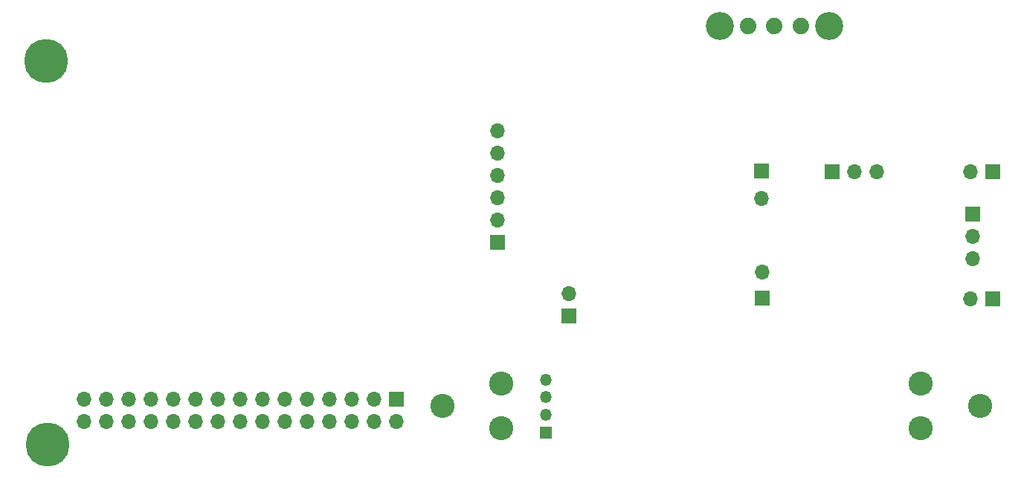
<source format=gbs>
G04 #@! TF.GenerationSoftware,KiCad,Pcbnew,8.0.0~rc1-27482ef8a0~176~ubuntu22.04.1*
G04 #@! TF.CreationDate,2024-01-20T19:03:22+09:00*
G04 #@! TF.ProjectId,bGeigieZen V3.0.2 Production,62476569-6769-4655-9a65-6e2056332e30,V3.0.2*
G04 #@! TF.SameCoordinates,Original*
G04 #@! TF.FileFunction,Soldermask,Bot*
G04 #@! TF.FilePolarity,Negative*
%FSLAX46Y46*%
G04 Gerber Fmt 4.6, Leading zero omitted, Abs format (unit mm)*
G04 Created by KiCad (PCBNEW 8.0.0~rc1-27482ef8a0~176~ubuntu22.04.1) date 2024-01-20 19:03:22*
%MOMM*%
%LPD*%
G01*
G04 APERTURE LIST*
%ADD10R,1.700000X1.700000*%
%ADD11O,1.700000X1.700000*%
%ADD12C,1.879600*%
%ADD13C,3.203200*%
%ADD14C,5.000000*%
%ADD15R,1.350000X1.350000*%
%ADD16O,1.350000X1.350000*%
%ADD17C,2.743200*%
G04 APERTURE END LIST*
D10*
X141452600Y-116407000D03*
D11*
X141452600Y-118947000D03*
X138912600Y-116407000D03*
X138912600Y-118947000D03*
X136372600Y-116407000D03*
X136372600Y-118947000D03*
X133832600Y-116407000D03*
X133832600Y-118947000D03*
X131292600Y-116407000D03*
X131292600Y-118947000D03*
X128752600Y-116407000D03*
X128752600Y-118947000D03*
X126212600Y-116407000D03*
X126212600Y-118947000D03*
X123672600Y-116407000D03*
X123672600Y-118947000D03*
X121132600Y-116407000D03*
X121132600Y-118947000D03*
X118592600Y-116407000D03*
X118592600Y-118947000D03*
X116052600Y-116407000D03*
X116052600Y-118947000D03*
X113512600Y-116407000D03*
X113512600Y-118947000D03*
X110972600Y-116407000D03*
X110972600Y-118947000D03*
X108432600Y-116407000D03*
X108432600Y-118947000D03*
X105892600Y-116407000D03*
X105892600Y-118947000D03*
D10*
X209330734Y-90462202D03*
D11*
X206790734Y-90462202D03*
D10*
X152984600Y-98500000D03*
D11*
X152984600Y-95960000D03*
X152984600Y-93420000D03*
X152984600Y-90880000D03*
X152984600Y-88340000D03*
X152984600Y-85800000D03*
D12*
X187505600Y-73838000D03*
X184505600Y-73838000D03*
X181505600Y-73838000D03*
D13*
X190755600Y-73838000D03*
X178255600Y-73838000D03*
D10*
X209335334Y-104940202D03*
D11*
X206795334Y-104940202D03*
D14*
X101608000Y-77830000D03*
D10*
X161121600Y-106925000D03*
D11*
X161121600Y-104385000D03*
D10*
X191067600Y-90470000D03*
D11*
X193607600Y-90470000D03*
X196147600Y-90470000D03*
D10*
X207108000Y-95330000D03*
D11*
X207108000Y-97870000D03*
X207108000Y-100410000D03*
D10*
X183134000Y-104850000D03*
D11*
X183134000Y-101884500D03*
D14*
X101737600Y-121560000D03*
D15*
X158447600Y-120169000D03*
D16*
X158447600Y-118169000D03*
X158447600Y-116169000D03*
X158447600Y-114169000D03*
D10*
X183032400Y-90422800D03*
D11*
X183063469Y-93510215D03*
D17*
X207925600Y-117150000D03*
X153417600Y-119670000D03*
X153417600Y-114590000D03*
X146669600Y-117130000D03*
X201177600Y-114610000D03*
X201177600Y-119690000D03*
M02*

</source>
